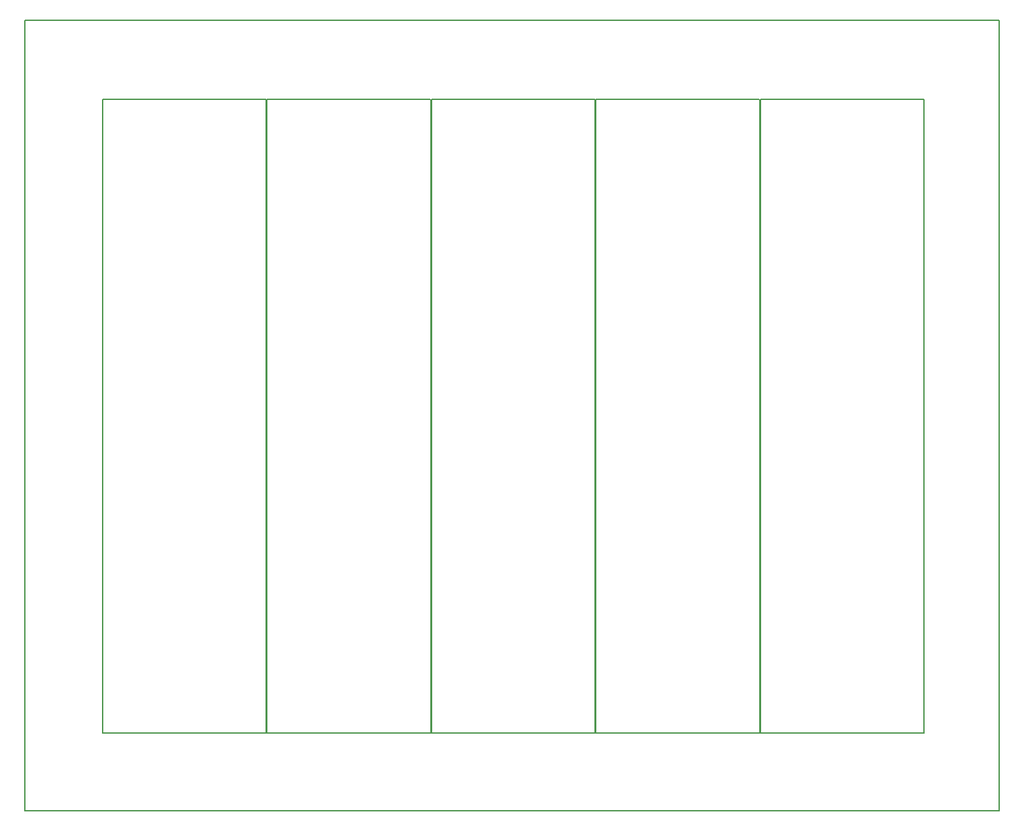
<source format=gko>
G04*
G04 #@! TF.GenerationSoftware,Altium Limited,Altium Designer,19.1.8 (144)*
G04*
G04 Layer_Color=16711935*
%FSAX25Y25*%
%MOIN*%
G70*
G01*
G75*
%ADD14C,0.00787*%
%ADD145C,0.00787*%
G36*
X0100787Y0502756D02*
D01*
D02*
G37*
D14*
X0104252D02*
X0596063D01*
X0596063Y0099606D01*
X0099606D02*
X0596063D01*
X0099606D02*
Y0502756D01*
X0100787D01*
X0104252D01*
X0222441Y0462205D02*
G03*
X0222047Y0462599I-0000394J0000000D01*
G01*
X0222441Y0462205D02*
G03*
X0222047Y0462599I-0000394J0000000D01*
G01*
X0222441Y0142871D02*
G03*
X0222441Y0142874I-0000394J0000003D01*
G01*
X0222441Y0142871D02*
G03*
X0222441Y0142874I-0003898J0000003D01*
G01*
X0141772Y0462599D02*
G03*
X0141768Y0462599I0000000J-0000394D01*
G01*
X0141772D02*
G03*
X0141768Y0462599I-0000000J-0002795D01*
G01*
X0138976Y0142874D02*
G03*
X0138976Y0142871I0003898J-0000000D01*
G01*
X0138976Y0142874D02*
G03*
X0138976Y0142871I0000394J0000000D01*
G01*
X0142874Y0138976D02*
X0222441D01*
Y0142087D01*
X0222441Y0462205D01*
X0142874Y0138976D02*
X0142874D01*
X0138976D02*
X0142874D01*
X0138976Y0462599D02*
X0222047Y0462599D01*
X0138976Y0459803D02*
Y0462599D01*
Y0459803D02*
X0138976Y0138976D01*
X0306299Y0462205D02*
G03*
X0305906Y0462599I-0000394J0000000D01*
G01*
X0306299Y0462205D02*
G03*
X0305906Y0462599I-0000394J0000000D01*
G01*
X0306299Y0142871D02*
G03*
X0306299Y0142874I-0000394J0000003D01*
G01*
X0306299Y0142871D02*
G03*
X0306299Y0142874I-0003898J0000003D01*
G01*
X0225630Y0462599D02*
G03*
X0225626Y0462599I0000000J-0000394D01*
G01*
X0225630D02*
G03*
X0225626Y0462599I-0000000J-0002795D01*
G01*
X0222835Y0142874D02*
G03*
X0222835Y0142871I0003898J-0000000D01*
G01*
X0222835Y0142874D02*
G03*
X0222835Y0142871I0000394J0000000D01*
G01*
X0226732Y0138976D02*
X0306299D01*
Y0142087D01*
X0306299Y0462205D01*
X0226732Y0138976D02*
X0226732D01*
X0222835D02*
X0226732D01*
X0222835Y0462599D02*
X0305906Y0462599D01*
X0222835Y0459803D02*
Y0462599D01*
Y0459803D02*
X0222835Y0138976D01*
X0390158Y0462205D02*
G03*
X0389764Y0462599I-0000394J0000000D01*
G01*
X0390158Y0462205D02*
G03*
X0389764Y0462599I-0000394J0000000D01*
G01*
X0390158Y0142871D02*
G03*
X0390158Y0142874I-0000394J0000003D01*
G01*
X0390158Y0142871D02*
G03*
X0390158Y0142874I-0003898J0000003D01*
G01*
X0309488Y0462599D02*
G03*
X0309484Y0462599I0000000J-0000394D01*
G01*
X0309488D02*
G03*
X0309484Y0462599I-0000000J-0002795D01*
G01*
X0306693Y0142874D02*
G03*
X0306693Y0142871I0003898J-0000000D01*
G01*
X0306693Y0142874D02*
G03*
X0306693Y0142871I0000394J0000000D01*
G01*
X0310591Y0138976D02*
X0390158D01*
Y0142087D01*
X0390158Y0462205D01*
X0310591Y0138976D02*
X0310591D01*
X0306693D02*
X0310591D01*
X0306693Y0462599D02*
X0389764Y0462599D01*
X0306693Y0459803D02*
Y0462599D01*
Y0459803D02*
X0306693Y0138976D01*
X0474016Y0462205D02*
G03*
X0473622Y0462599I-0000394J0000000D01*
G01*
X0474016Y0462205D02*
G03*
X0473622Y0462599I-0000394J0000000D01*
G01*
X0474016Y0142871D02*
G03*
X0474016Y0142874I-0000394J0000003D01*
G01*
X0474016Y0142871D02*
G03*
X0474016Y0142874I-0003898J0000003D01*
G01*
X0393347Y0462599D02*
G03*
X0393342Y0462599I0000000J-0000394D01*
G01*
X0393347D02*
G03*
X0393342Y0462599I-0000000J-0002795D01*
G01*
X0390551Y0142874D02*
G03*
X0390551Y0142871I0003898J-0000000D01*
G01*
X0390551Y0142874D02*
G03*
X0390551Y0142871I0000394J0000000D01*
G01*
X0394449Y0138976D02*
X0474016D01*
Y0142087D01*
X0474016Y0462205D01*
X0394449Y0138976D02*
X0394449D01*
X0390551D02*
X0394449D01*
X0390551Y0462599D02*
X0473622Y0462599D01*
X0390551Y0459803D02*
Y0462599D01*
Y0459803D02*
X0390551Y0138976D01*
X0557874Y0462205D02*
G03*
X0557480Y0462599I-0000394J0000000D01*
G01*
X0557874Y0462205D02*
G03*
X0557480Y0462599I-0000394J0000000D01*
G01*
X0557874Y0142871D02*
G03*
X0557874Y0142874I-0000394J0000003D01*
G01*
X0557874Y0142871D02*
G03*
X0557874Y0142874I-0003898J0000003D01*
G01*
X0477205Y0462599D02*
G03*
X0477201Y0462599I0000000J-0000394D01*
G01*
X0477205D02*
G03*
X0477201Y0462599I-0000000J-0002795D01*
G01*
X0474409Y0142874D02*
G03*
X0474409Y0142871I0003898J-0000000D01*
G01*
X0474409Y0142874D02*
G03*
X0474409Y0142871I0000394J0000000D01*
G01*
X0478307Y0138976D02*
X0557874D01*
Y0142087D01*
X0557874Y0462205D01*
X0478307Y0138976D02*
X0478307D01*
X0474409D02*
X0478307D01*
X0474409Y0462599D02*
X0557480Y0462599D01*
X0474409Y0459803D02*
Y0462599D01*
Y0459803D02*
X0474409Y0138976D01*
D145*
X0222441Y0142874D02*
D03*
X0138976Y0142874D02*
D03*
X0306299Y0142874D02*
D03*
X0222835Y0142874D02*
D03*
X0390158Y0142874D02*
D03*
X0306693Y0142874D02*
D03*
X0474016Y0142874D02*
D03*
X0390551Y0142874D02*
D03*
X0557874Y0142874D02*
D03*
X0474409Y0142874D02*
D03*
M02*

</source>
